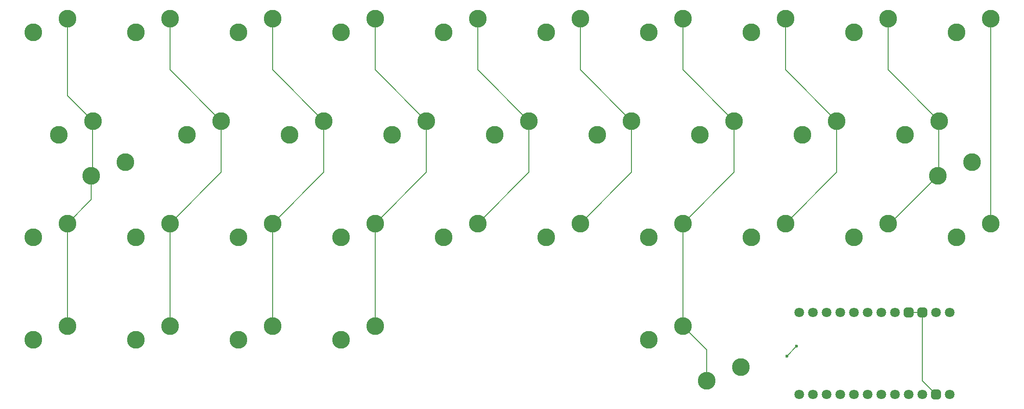
<source format=gbr>
%TF.GenerationSoftware,KiCad,Pcbnew,8.0.6*%
%TF.CreationDate,2024-12-13T09:52:16-07:00*%
%TF.ProjectId,tabesco-48,74616265-7363-46f2-9d34-382e6b696361,rev?*%
%TF.SameCoordinates,Original*%
%TF.FileFunction,Copper,L1,Top*%
%TF.FilePolarity,Positive*%
%FSLAX46Y46*%
G04 Gerber Fmt 4.6, Leading zero omitted, Abs format (unit mm)*
G04 Created by KiCad (PCBNEW 8.0.6) date 2024-12-13 09:52:16*
%MOMM*%
%LPD*%
G01*
G04 APERTURE LIST*
G04 Aperture macros list*
%AMRoundRect*
0 Rectangle with rounded corners*
0 $1 Rounding radius*
0 $2 $3 $4 $5 $6 $7 $8 $9 X,Y pos of 4 corners*
0 Add a 4 corners polygon primitive as box body*
4,1,4,$2,$3,$4,$5,$6,$7,$8,$9,$2,$3,0*
0 Add four circle primitives for the rounded corners*
1,1,$1+$1,$2,$3*
1,1,$1+$1,$4,$5*
1,1,$1+$1,$6,$7*
1,1,$1+$1,$8,$9*
0 Add four rect primitives between the rounded corners*
20,1,$1+$1,$2,$3,$4,$5,0*
20,1,$1+$1,$4,$5,$6,$7,0*
20,1,$1+$1,$6,$7,$8,$9,0*
20,1,$1+$1,$8,$9,$2,$3,0*%
G04 Aperture macros list end*
%TA.AperFunction,ComponentPad*%
%ADD10C,3.300000*%
%TD*%
%TA.AperFunction,ComponentPad*%
%ADD11C,1.800000*%
%TD*%
%TA.AperFunction,ComponentPad*%
%ADD12RoundRect,0.450000X0.450000X-0.450000X0.450000X0.450000X-0.450000X0.450000X-0.450000X-0.450000X0*%
%TD*%
%TA.AperFunction,ViaPad*%
%ADD13C,0.600000*%
%TD*%
%TA.AperFunction,Conductor*%
%ADD14C,0.200000*%
%TD*%
G04 APERTURE END LIST*
D10*
%TO.P,MX34-2,1,1*%
%TO.N,Net-(D34-A)*%
X181921500Y-106539500D03*
%TO.P,MX34-2,2,2*%
%TO.N,/col6*%
X175571500Y-109079500D03*
%TD*%
%TO.P,MX33,1,1*%
%TO.N,Net-(D33-A)*%
X107626500Y-101459500D03*
%TO.P,MX33,2,2*%
%TO.N,/col3*%
X113976500Y-98919500D03*
%TD*%
D11*
%TO.P,U1,1,D3-TX*%
%TO.N,unconnected-(U1-D3-TX-Pad1)*%
X220656500Y-96379500D03*
%TO.P,U1,2,D2-RX*%
%TO.N,unconnected-(U1-D2-RX-Pad2)*%
X218116500Y-96379500D03*
D12*
%TO.P,U1,3,GND*%
%TO.N,GND*%
X215576500Y-96379500D03*
%TO.P,U1,4,GND*%
X213036500Y-96379500D03*
D11*
%TO.P,U1,5,D1*%
%TO.N,unconnected-(U1-D1-Pad5)*%
X210496500Y-96379500D03*
%TO.P,U1,6,D0*%
%TO.N,unconnected-(U1-D0-Pad6)*%
X207956500Y-96379500D03*
%TO.P,U1,7,D4*%
%TO.N,/row0*%
X205416500Y-96379500D03*
%TO.P,U1,8,C6*%
%TO.N,/row1*%
X202876500Y-96379500D03*
%TO.P,U1,9,D7*%
%TO.N,/col9*%
X200336500Y-96379500D03*
%TO.P,U1,10,E6*%
%TO.N,/row2*%
X197796500Y-96379500D03*
%TO.P,U1,11,B4*%
%TO.N,/col8*%
X195256500Y-96379500D03*
%TO.P,U1,12,B5*%
%TO.N,/row3*%
X192716500Y-96379500D03*
%TO.P,U1,13,B0*%
%TO.N,unconnected-(U1-B0-Pad13)*%
X220656500Y-111619500D03*
D12*
%TO.P,U1,14,GND*%
%TO.N,GND*%
X218116500Y-111619500D03*
D11*
%TO.P,U1,15,RST*%
%TO.N,RST*%
X215576500Y-111619500D03*
%TO.P,U1,16,VCC*%
%TO.N,VCC*%
X213036500Y-111619500D03*
%TO.P,U1,17,F4*%
%TO.N,/col0*%
X210496500Y-111619500D03*
%TO.P,U1,18,F5*%
%TO.N,/col1*%
X207956500Y-111619500D03*
%TO.P,U1,19,F6*%
%TO.N,/col2*%
X205416500Y-111619500D03*
%TO.P,U1,20,F7*%
%TO.N,/col3*%
X202876500Y-111619500D03*
%TO.P,U1,21,B1*%
%TO.N,/col7*%
X200336500Y-111619500D03*
%TO.P,U1,22,B3*%
%TO.N,/col6*%
X197796500Y-111619500D03*
%TO.P,U1,23,B2*%
%TO.N,/col5*%
X195256500Y-111619500D03*
%TO.P,U1,24,B6*%
%TO.N,/col4*%
X192716500Y-111619500D03*
%TD*%
D10*
%TO.P,MX34,1,1*%
%TO.N,Net-(D34-A)*%
X164776500Y-101459500D03*
%TO.P,MX34,2,2*%
%TO.N,/col6*%
X171126500Y-98919500D03*
%TD*%
%TO.P,MX32,1,1*%
%TO.N,Net-(D32-A)*%
X88576500Y-101459500D03*
%TO.P,MX32,2,2*%
%TO.N,/col2*%
X94926500Y-98919500D03*
%TD*%
%TO.P,MX31,1,1*%
%TO.N,Net-(D31-A)*%
X69526500Y-101459500D03*
%TO.P,MX31,2,2*%
%TO.N,/col1*%
X75876500Y-98919500D03*
%TD*%
%TO.P,MX30,1,1*%
%TO.N,Net-(D30-A)*%
X50476500Y-101459500D03*
%TO.P,MX30,2,2*%
%TO.N,/col0*%
X56826500Y-98919500D03*
%TD*%
%TO.P,MX29,1,1*%
%TO.N,Net-(D29-A)*%
X221926500Y-82409500D03*
%TO.P,MX29,2,2*%
%TO.N,/col9*%
X228276500Y-79869500D03*
%TD*%
%TO.P,MX28,1,1*%
%TO.N,Net-(D28-A)*%
X202876500Y-82409500D03*
%TO.P,MX28,2,2*%
%TO.N,/col8*%
X209226500Y-79869500D03*
%TD*%
%TO.P,MX27,1,1*%
%TO.N,Net-(D27-A)*%
X183826500Y-82409500D03*
%TO.P,MX27,2,2*%
%TO.N,/col7*%
X190176500Y-79869500D03*
%TD*%
%TO.P,MX26,1,1*%
%TO.N,Net-(D26-A)*%
X164776500Y-82409500D03*
%TO.P,MX26,2,2*%
%TO.N,/col6*%
X171126500Y-79869500D03*
%TD*%
%TO.P,MX25,1,1*%
%TO.N,Net-(D25-A)*%
X145726500Y-82409500D03*
%TO.P,MX25,2,2*%
%TO.N,/col5*%
X152076500Y-79869500D03*
%TD*%
%TO.P,MX24,1,1*%
%TO.N,Net-(D24-A)*%
X126676500Y-82409500D03*
%TO.P,MX24,2,2*%
%TO.N,/col4*%
X133026500Y-79869500D03*
%TD*%
%TO.P,MX23,1,1*%
%TO.N,Net-(D23-A)*%
X107626500Y-82409500D03*
%TO.P,MX23,2,2*%
%TO.N,/col3*%
X113976500Y-79869500D03*
%TD*%
%TO.P,MX22,1,1*%
%TO.N,Net-(D22-A)*%
X88576500Y-82409500D03*
%TO.P,MX22,2,2*%
%TO.N,/col2*%
X94926500Y-79869500D03*
%TD*%
%TO.P,MX21,1,1*%
%TO.N,Net-(D21-A)*%
X69526500Y-82409500D03*
%TO.P,MX21,2,2*%
%TO.N,/col1*%
X75876500Y-79869500D03*
%TD*%
%TO.P,MX20,1,1*%
%TO.N,Net-(D20-A)*%
X50476500Y-82409500D03*
%TO.P,MX20,2,2*%
%TO.N,/col0*%
X56826500Y-79869500D03*
%TD*%
%TO.P,MX19-2,1,1*%
%TO.N,Net-(D19-A)*%
X224784000Y-68439500D03*
%TO.P,MX19-2,2,2*%
%TO.N,/col8*%
X218434000Y-70979500D03*
%TD*%
%TO.P,MX19,1,1*%
%TO.N,Net-(D19-A)*%
X212401500Y-63359500D03*
%TO.P,MX19,2,2*%
%TO.N,/col8*%
X218751500Y-60819500D03*
%TD*%
%TO.P,MX18,1,1*%
%TO.N,Net-(D18-A)*%
X193351500Y-63359500D03*
%TO.P,MX18,2,2*%
%TO.N,/col7*%
X199701500Y-60819500D03*
%TD*%
%TO.P,MX17,1,1*%
%TO.N,Net-(D17-A)*%
X174301500Y-63359500D03*
%TO.P,MX17,2,2*%
%TO.N,/col6*%
X180651500Y-60819500D03*
%TD*%
%TO.P,MX16,1,1*%
%TO.N,Net-(D16-A)*%
X155251500Y-63359500D03*
%TO.P,MX16,2,2*%
%TO.N,/col5*%
X161601500Y-60819500D03*
%TD*%
%TO.P,MX15,1,1*%
%TO.N,Net-(D15-A)*%
X136201500Y-63359500D03*
%TO.P,MX15,2,2*%
%TO.N,/col4*%
X142551500Y-60819500D03*
%TD*%
%TO.P,MX14,1,1*%
%TO.N,Net-(D14-A)*%
X117151500Y-63359500D03*
%TO.P,MX14,2,2*%
%TO.N,/col3*%
X123501500Y-60819500D03*
%TD*%
%TO.P,MX13,1,1*%
%TO.N,Net-(D13-A)*%
X98101500Y-63359500D03*
%TO.P,MX13,2,2*%
%TO.N,/col2*%
X104451500Y-60819500D03*
%TD*%
%TO.P,MX12,1,1*%
%TO.N,Net-(D12-A)*%
X79051500Y-63359500D03*
%TO.P,MX12,2,2*%
%TO.N,/col1*%
X85401500Y-60819500D03*
%TD*%
%TO.P,MX11-2,1,1*%
%TO.N,Net-(D11-A)*%
X67621500Y-68439500D03*
%TO.P,MX11-2,2,2*%
%TO.N,/col0*%
X61271500Y-70979500D03*
%TD*%
%TO.P,MX11,1,1*%
%TO.N,Net-(D11-A)*%
X55239000Y-63359500D03*
%TO.P,MX11,2,2*%
%TO.N,/col0*%
X61589000Y-60819500D03*
%TD*%
%TO.P,MX10,1,1*%
%TO.N,Net-(D10-A)*%
X221926500Y-44309500D03*
%TO.P,MX10,2,2*%
%TO.N,/col9*%
X228276500Y-41769500D03*
%TD*%
%TO.P,MX9,1,1*%
%TO.N,Net-(D9-A)*%
X202876500Y-44309500D03*
%TO.P,MX9,2,2*%
%TO.N,/col8*%
X209226500Y-41769500D03*
%TD*%
%TO.P,MX8,1,1*%
%TO.N,Net-(D8-A)*%
X183826500Y-44309500D03*
%TO.P,MX8,2,2*%
%TO.N,/col7*%
X190176500Y-41769500D03*
%TD*%
%TO.P,MX7,1,1*%
%TO.N,Net-(D7-A)*%
X164776500Y-44309500D03*
%TO.P,MX7,2,2*%
%TO.N,/col6*%
X171126500Y-41769500D03*
%TD*%
%TO.P,MX6,1,1*%
%TO.N,Net-(D6-A)*%
X145726500Y-44309500D03*
%TO.P,MX6,2,2*%
%TO.N,/col5*%
X152076500Y-41769500D03*
%TD*%
%TO.P,MX5,1,1*%
%TO.N,Net-(D5-A)*%
X126676500Y-44309500D03*
%TO.P,MX5,2,2*%
%TO.N,/col4*%
X133026500Y-41769500D03*
%TD*%
%TO.P,MX4,1,1*%
%TO.N,Net-(D4-A)*%
X107626500Y-44309500D03*
%TO.P,MX4,2,2*%
%TO.N,/col3*%
X113976500Y-41769500D03*
%TD*%
%TO.P,MX3,1,1*%
%TO.N,Net-(D3-A)*%
X88576500Y-44309500D03*
%TO.P,MX3,2,2*%
%TO.N,/col2*%
X94926500Y-41769500D03*
%TD*%
%TO.P,MX2,1,1*%
%TO.N,Net-(D2-A)*%
X69526500Y-44309500D03*
%TO.P,MX2,2,2*%
%TO.N,/col1*%
X75876500Y-41769500D03*
%TD*%
%TO.P,MX1,2,2*%
%TO.N,/col0*%
X56826500Y-41769500D03*
%TO.P,MX1,1,1*%
%TO.N,Net-(D1-A)*%
X50476500Y-44309500D03*
%TD*%
D13*
%TO.N,/row3*%
X190396500Y-104489500D03*
X192246500Y-102629500D03*
%TD*%
D14*
%TO.N,/row3*%
X190396500Y-104479500D02*
X192246500Y-102629500D01*
X190396500Y-104489500D02*
X190396500Y-104479500D01*
%TO.N,GND*%
X215576500Y-109079500D02*
X218116500Y-111619500D01*
X215576500Y-96379500D02*
X215576500Y-109079500D01*
X213036500Y-96379500D02*
X215576500Y-96379500D01*
%TO.N,/col6*%
X175571500Y-103364500D02*
X175571500Y-109079500D01*
X171126500Y-98919500D02*
X175571500Y-103364500D01*
X171126500Y-79869500D02*
X171126500Y-98919500D01*
%TO.N,/col3*%
X113976500Y-79869500D02*
X113976500Y-98919500D01*
%TO.N,/col2*%
X94926500Y-79869500D02*
X94926500Y-98919500D01*
%TO.N,/col1*%
X75876500Y-79869500D02*
X75876500Y-98919500D01*
%TO.N,/col8*%
X209544000Y-79869500D02*
X209226500Y-79869500D01*
X218434000Y-70979500D02*
X209544000Y-79869500D01*
X218630100Y-70783400D02*
X218434000Y-70979500D01*
X218630100Y-60940900D02*
X218630100Y-70783400D01*
X218751500Y-60819500D02*
X218630100Y-60940900D01*
%TO.N,/col7*%
X199701500Y-70344500D02*
X190176500Y-79869500D01*
X199701500Y-60819500D02*
X199701500Y-70344500D01*
%TO.N,/col6*%
X180651500Y-70344500D02*
X171126500Y-79869500D01*
X180651500Y-60819500D02*
X180651500Y-70344500D01*
%TO.N,/col5*%
X161601500Y-70344500D02*
X152076500Y-79869500D01*
X161601500Y-60819500D02*
X161601500Y-70344500D01*
%TO.N,/col4*%
X142551500Y-70344500D02*
X133026500Y-79869500D01*
X142551500Y-60819500D02*
X142551500Y-70344500D01*
%TO.N,/col3*%
X123501500Y-70344500D02*
X113976500Y-79869500D01*
X123501500Y-60819500D02*
X123501500Y-70344500D01*
%TO.N,/col2*%
X104451500Y-70344500D02*
X94926500Y-79869500D01*
X104451500Y-60819500D02*
X104451500Y-70344500D01*
%TO.N,/col1*%
X85401500Y-70344500D02*
X75876500Y-79869500D01*
X85401500Y-60819500D02*
X85401500Y-70344500D01*
%TO.N,/col9*%
X228276500Y-41769500D02*
X228276500Y-79869500D01*
%TO.N,/col8*%
X209226500Y-51294500D02*
X218751500Y-60819500D01*
X209226500Y-41769500D02*
X209226500Y-51294500D01*
%TO.N,/col7*%
X190176500Y-51294500D02*
X199701500Y-60819500D01*
X190176500Y-41769500D02*
X190176500Y-51294500D01*
%TO.N,/col6*%
X171126500Y-41769500D02*
X171126500Y-51294500D01*
X171126500Y-51294500D02*
X180651500Y-60819500D01*
%TO.N,/col5*%
X152076500Y-51294500D02*
X161601500Y-60819500D01*
X152076500Y-41769500D02*
X152076500Y-51294500D01*
%TO.N,/col4*%
X133026500Y-51294500D02*
X142551500Y-60819500D01*
X133026500Y-41769500D02*
X133026500Y-51294500D01*
%TO.N,/col3*%
X113976500Y-51294500D02*
X123501500Y-60819500D01*
X113976500Y-41769500D02*
X113976500Y-51294500D01*
%TO.N,/col2*%
X94926500Y-51294500D02*
X104451500Y-60819500D01*
X94926500Y-41769500D02*
X94926500Y-51294500D01*
%TO.N,/col1*%
X75876500Y-41769500D02*
X75876500Y-51294500D01*
X75876500Y-51294500D02*
X85401500Y-60819500D01*
%TO.N,/col0*%
X56826500Y-79869500D02*
X56826500Y-98919500D01*
X61271500Y-75424500D02*
X56826500Y-79869500D01*
X61271500Y-70979500D02*
X61271500Y-75424500D01*
X61467600Y-70783400D02*
X61271500Y-70979500D01*
X61467600Y-60940900D02*
X61467600Y-70783400D01*
X61589000Y-60819500D02*
X61467600Y-60940900D01*
X56826500Y-56057000D02*
X61589000Y-60819500D01*
X56826500Y-41769500D02*
X56826500Y-56057000D01*
%TD*%
M02*

</source>
